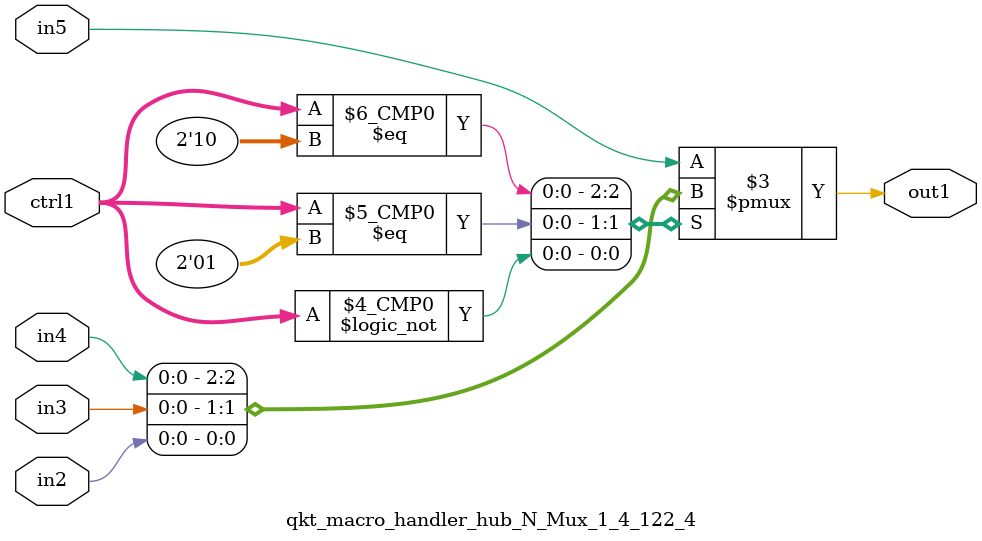
<source format=v>

`timescale 1ps / 1ps


module qkt_macro_handler_hub_N_Mux_1_4_122_4( in5, in4, in3, in2, ctrl1, out1 );

    input in5;
    input in4;
    input in3;
    input in2;
    input [1:0] ctrl1;
    output out1;
    reg out1;

    
    // rtl_process:qkt_macro_handler_hub_N_Mux_1_4_122_4/qkt_macro_handler_hub_N_Mux_1_4_122_4_thread_1
    always @*
      begin : qkt_macro_handler_hub_N_Mux_1_4_122_4_thread_1
        case (ctrl1) 
          2'd2: 
            begin
              out1 = in4;
            end
          2'd1: 
            begin
              out1 = in3;
            end
          2'd0: 
            begin
              out1 = in2;
            end
          default: 
            begin
              out1 = in5;
            end
        endcase
      end

endmodule





</source>
